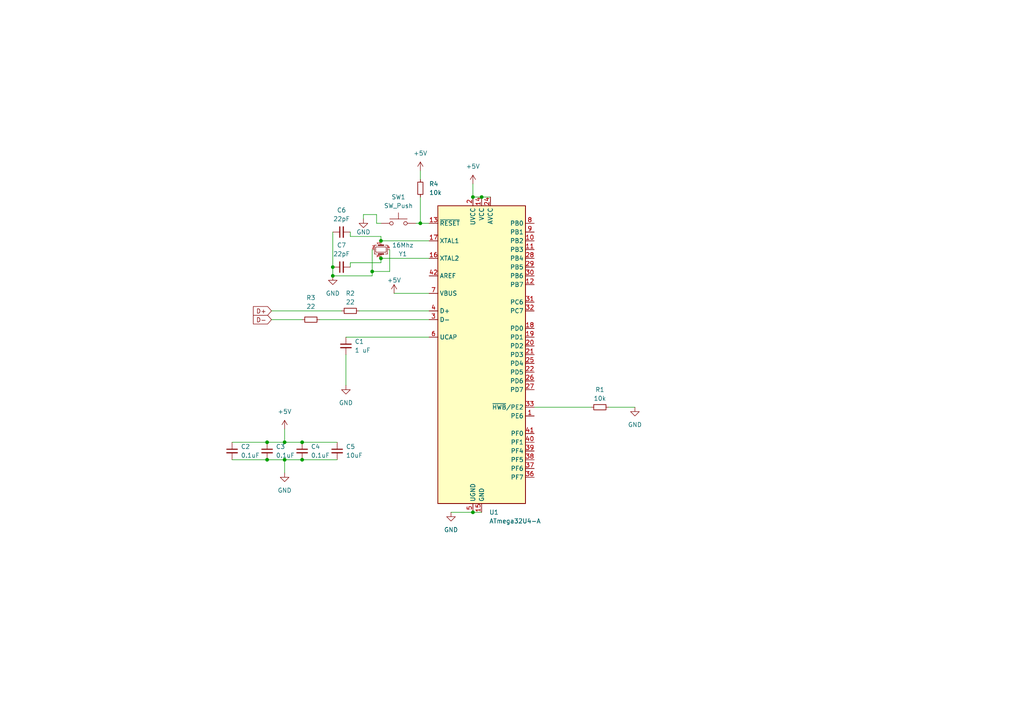
<source format=kicad_sch>
(kicad_sch (version 20230121) (generator eeschema)
  (paper "A4")
  (lib_symbols
    (symbol "Device:C_Small" (pin_numbers hide) (pin_names (offset 0.254) hide)
      (property "Reference" "C" (at 0.254 1.778 0))
      (property "Value" "C_Small" (at 0.254 -2.032 0))
      (symbol "C_Small_0_1"
        (polyline (pts (xy -1.524 -0.508) (xy 1.524 -0.508)) (stroke (width 0.3302)))
        (polyline (pts (xy -1.524 0.508) (xy 1.524 0.508)) (stroke (width 0.3048)))
      )
      (symbol "C_Small_1_1"
        (pin passive line (at 0 2.54 270) (length 2.032) (name "~") (number "1"))
        (pin passive line (at 0 -2.54 90) (length 2.032) (name "~") (number "2"))
      )
    )
    (symbol "Device:Crystal_GND24_Small" (pin_names (offset 1.016) hide)
      (property "Reference" "Y" (at 1.27 4.445 0))
      (property "Value" "Crystal_GND24_Small" (at 1.27 2.54 0))
      (symbol "Crystal_GND24_Small_0_1"
        (rectangle (start -0.762 -1.524) (end 0.762 1.524))
        (polyline (pts (xy -1.27 -0.762) (xy -1.27 0.762)) (stroke (width 0.381)))
        (polyline (pts (xy 1.27 -0.762) (xy 1.27 0.762)) (stroke (width 0.381)))
        (polyline (pts (xy -1.27 -1.27) (xy -1.27 -1.905) (xy 1.27 -1.905) (xy 1.27 -1.27)))
        (polyline (pts (xy -1.27 1.27) (xy -1.27 1.905) (xy 1.27 1.905) (xy 1.27 1.27)))
      )
      (symbol "Crystal_GND24_Small_1_1"
        (pin passive line (at -2.54 0 0) (length 1.27) (name "1") (number "1"))
        (pin passive line (at 0 -2.54 90) (length 0.635) (name "2") (number "2"))
        (pin passive line (at 2.54 0 180) (length 1.27) (name "3") (number "3"))
        (pin passive line (at 0 2.54 270) (length 0.635) (name "4") (number "4"))
      )
    )
    (symbol "Device:R_Small" (pin_numbers hide) (pin_names (offset 0.254) hide)
      (property "Reference" "R" (at 0.762 0.508 0))
      (property "Value" "R_Small" (at 0.762 -1.016 0))
      (symbol "R_Small_0_1"
        (rectangle (start -0.762 1.778) (end 0.762 -1.778) (stroke (width 0.2032)))
      )
      (symbol "R_Small_1_1"
        (pin passive line (at 0 2.54 270) (length 0.762) (name "~") (number "1"))
        (pin passive line (at 0 -2.54 90) (length 0.762) (name "~") (number "2"))
      )
    )
    (symbol "MCU_Microchip_ATmega:ATmega32U4-A"
      (property "Reference" "U" (at -12.7 44.45 0))
      (property "Value" "ATmega32U4-A" (at 2.54 -44.45 0))
      (symbol "ATmega32U4-A_0_1"
        (rectangle (start -12.7 -43.18) (end 12.7 43.18) (stroke (width 0.254)) (fill (type background)))
      )
      (symbol "ATmega32U4-A_1_1"
        (pin bidirectional line (at 15.24 -17.78 180) (length 2.54) (name "PE6") (number "1"))
        (pin bidirectional line (at 15.24 33.02 180) (length 2.54) (name "PB2") (number "10"))
        (pin bidirectional line (at 15.24 30.48 180) (length 2.54) (name "PB3") (number "11"))
        (pin bidirectional line (at 15.24 20.32 180) (length 2.54) (name "PB7") (number "12"))
        (pin input line (at -15.24 38.1 0) (length 2.54) (name "~{RESET}") (number "13"))
        (pin power_in line (at 0 45.72 270) (length 2.54) (name "VCC") (number "14"))
        (pin power_in line (at 0 -45.72 90) (length 2.54) (name "GND") (number "15"))
        (pin output line (at -15.24 27.94 0) (length 2.54) (name "XTAL2") (number "16"))
        (pin input line (at -15.24 33.02 0) (length 2.54) (name "XTAL1") (number "17"))
        (pin bidirectional line (at 15.24 7.62 180) (length 2.54) (name "PD0") (number "18"))
        (pin bidirectional line (at 15.24 5.08 180) (length 2.54) (name "PD1") (number "19"))
        (pin power_in line (at -2.54 45.72 270) (length 2.54) (name "UVCC") (number "2"))
        (pin bidirectional line (at 15.24 2.54 180) (length 2.54) (name "PD2") (number "20"))
        (pin bidirectional line (at 15.24 0 180) (length 2.54) (name "PD3") (number "21"))
        (pin bidirectional line (at 15.24 -5.08 180) (length 2.54) (name "PD5") (number "22"))
        (pin passive line (at 0 -45.72 90) (length 2.54) hide (name "GND") (number "23"))
        (pin power_in line (at 2.54 45.72 270) (length 2.54) (name "AVCC") (number "24"))
        (pin bidirectional line (at 15.24 -2.54 180) (length 2.54) (name "PD4") (number "25"))
        (pin bidirectional line (at 15.24 -7.62 180) (length 2.54) (name "PD6") (number "26"))
        (pin bidirectional line (at 15.24 -10.16 180) (length 2.54) (name "PD7") (number "27"))
        (pin bidirectional line (at 15.24 27.94 180) (length 2.54) (name "PB4") (number "28"))
        (pin bidirectional line (at 15.24 25.4 180) (length 2.54) (name "PB5") (number "29"))
        (pin bidirectional line (at -15.24 10.16 0) (length 2.54) (name "D-") (number "3"))
        (pin bidirectional line (at 15.24 22.86 180) (length 2.54) (name "PB6") (number "30"))
        (pin bidirectional line (at 15.24 15.24 180) (length 2.54) (name "PC6") (number "31"))
        (pin bidirectional line (at 15.24 12.7 180) (length 2.54) (name "PC7") (number "32"))
        (pin bidirectional line (at 15.24 -15.24 180) (length 2.54) (name "~{HWB}/PE2") (number "33"))
        (pin passive line (at 0 45.72 270) (length 2.54) hide (name "VCC") (number "34"))
        (pin passive line (at 0 -45.72 90) (length 2.54) hide (name "GND") (number "35"))
        (pin bidirectional line (at 15.24 -35.56 180) (length 2.54) (name "PF7") (number "36"))
        (pin bidirectional line (at 15.24 -33.02 180) (length 2.54) (name "PF6") (number "37"))
        (pin bidirectional line (at 15.24 -30.48 180) (length 2.54) (name "PF5") (number "38"))
        (pin bidirectional line (at 15.24 -27.94 180) (length 2.54) (name "PF4") (number "39"))
        (pin bidirectional line (at -15.24 12.7 0) (length 2.54) (name "D+") (number "4"))
        (pin bidirectional line (at 15.24 -25.4 180) (length 2.54) (name "PF1") (number "40"))
        (pin bidirectional line (at 15.24 -22.86 180) (length 2.54) (name "PF0") (number "41"))
        (pin passive line (at -15.24 22.86 0) (length 2.54) (name "AREF") (number "42"))
        (pin passive line (at 0 -45.72 90) (length 2.54) hide (name "GND") (number "43"))
        (pin passive line (at 2.54 45.72 270) (length 2.54) hide (name "AVCC") (number "44"))
        (pin passive line (at -2.54 -45.72 90) (length 2.54) (name "UGND") (number "5"))
        (pin passive line (at -15.24 5.08 0) (length 2.54) (name "UCAP") (number "6"))
        (pin input line (at -15.24 17.78 0) (length 2.54) (name "VBUS") (number "7"))
        (pin bidirectional line (at 15.24 38.1 180) (length 2.54) (name "PB0") (number "8"))
        (pin bidirectional line (at 15.24 35.56 180) (length 2.54) (name "PB1") (number "9"))
      )
    )
    (symbol "Switch:SW_Push" (pin_numbers hide) (pin_names (offset 1.016) hide)
      (property "Reference" "SW" (at 1.27 2.54 0))
      (property "Value" "SW_Push" (at 0 -1.524 0))
      (symbol "SW_Push_0_1"
        (circle (center -2.032 0) (radius 0.508))
        (polyline (pts (xy 0 1.27) (xy 0 3.048)))
        (polyline (pts (xy 2.54 1.27) (xy -2.54 1.27)))
        (circle (center 2.032 0) (radius 0.508))
        (pin passive line (at -5.08 0 0) (length 2.54) (name "1") (number "1"))
        (pin passive line (at 5.08 0 180) (length 2.54) (name "2") (number "2"))
      )
    )
    (symbol "power:+5V" (power) (pin_names (offset 0))
      (property "Value" "+5V" (at 0 3.556 0))
      (symbol "+5V_0_1"
        (polyline (pts (xy -0.762 1.27) (xy 0 2.54)))
        (polyline (pts (xy 0 0) (xy 0 2.54)))
        (polyline (pts (xy 0 2.54) (xy 0.762 1.27)))
      )
      (symbol "+5V_1_1"
        (pin power_in line (at 0 0 90) (length 0) hide (name "+5V") (number "1"))
      )
    )
    (symbol "power:GND" (power) (pin_names (offset 0))
      (property "Value" "GND" (at 0 -3.81 0))
      (symbol "GND_0_1"
        (polyline (pts (xy 0 0) (xy 0 -1.27) (xy 1.27 -1.27) (xy 0 -2.54) (xy -1.27 -1.27) (xy 0 -1.27)))
      )
      (symbol "GND_1_1"
        (pin power_in line (at 0 0 270) (length 0) hide (name "GND") (number "1"))
      )
    )
  )
  (junction (at 96.52 77.47))
  (junction (at 121.92 64.77))
  (junction (at 87.63 128.27))
  (junction (at 139.7 57.15))
  (junction (at 96.52 80.01))
  (junction (at 87.63 133.35))
  (junction (at 77.47 128.27))
  (junction (at 137.16 148.59))
  (junction (at 137.16 57.15))
  (junction (at 77.47 133.35))
  (junction (at 82.55 133.35))
  (junction (at 110.49 74.93))
  (junction (at 110.49 69.85))
  (junction (at 82.55 128.27))
  (junction (at 107.95 78.74))
  (wire (pts (xy 82.55 128.27) (xy 87.63 128.27)))
  (wire (pts (xy 67.31 133.35) (xy 77.47 133.35)))
  (wire (pts (xy 110.49 69.85) (xy 124.46 69.85)))
  (wire (pts (xy 139.7 57.15) (xy 142.24 57.15)))
  (wire (pts (xy 101.6 68.58) (xy 110.49 68.58)))
  (wire (pts (xy 121.92 64.77) (xy 124.46 64.77)))
  (wire (pts (xy 154.94 118.11) (xy 171.45 118.11)))
  (wire (pts (xy 121.92 49.53) (xy 121.92 52.07)))
  (wire (pts (xy 100.33 97.79) (xy 124.46 97.79)))
  (wire (pts (xy 96.52 77.47) (xy 96.52 80.01)))
  (wire (pts (xy 110.49 74.93) (xy 110.49 76.2)))
  (wire (pts (xy 124.46 85.09) (xy 114.3 85.09)))
  (wire (pts (xy 109.22 64.77) (xy 109.22 62.23)))
  (wire (pts (xy 110.49 74.93) (xy 124.46 74.93)))
  (wire (pts (xy 121.92 57.15) (xy 121.92 64.77)))
  (wire (pts (xy 113.03 72.39) (xy 113.03 78.74)))
  (wire (pts (xy 109.22 62.23) (xy 105.41 62.23)))
  (wire (pts (xy 176.53 118.11) (xy 184.15 118.11)))
  (wire (pts (xy 78.74 92.71) (xy 87.63 92.71)))
  (wire (pts (xy 87.63 133.35) (xy 97.79 133.35)))
  (wire (pts (xy 101.6 67.31) (xy 101.6 68.58)))
  (wire (pts (xy 87.63 128.27) (xy 97.79 128.27)))
  (wire (pts (xy 82.55 133.35) (xy 87.63 133.35)))
  (wire (pts (xy 105.41 62.23) (xy 105.41 63.5)))
  (wire (pts (xy 137.16 57.15) (xy 139.7 57.15)))
  (wire (pts (xy 137.16 53.34) (xy 137.16 57.15)))
  (wire (pts (xy 110.49 64.77) (xy 109.22 64.77)))
  (wire (pts (xy 82.55 133.35) (xy 82.55 137.16)))
  (wire (pts (xy 96.52 67.31) (xy 96.52 77.47)))
  (wire (pts (xy 137.16 148.59) (xy 139.7 148.59)))
  (wire (pts (xy 130.81 148.59) (xy 137.16 148.59)))
  (wire (pts (xy 82.55 124.46) (xy 82.55 128.27)))
  (wire (pts (xy 101.6 77.47) (xy 101.6 76.2)))
  (wire (pts (xy 107.95 72.39) (xy 107.95 78.74)))
  (wire (pts (xy 120.65 64.77) (xy 121.92 64.77)))
  (wire (pts (xy 78.74 90.17) (xy 99.06 90.17)))
  (wire (pts (xy 96.52 80.01) (xy 107.95 80.01)))
  (wire (pts (xy 107.95 78.74) (xy 113.03 78.74)))
  (wire (pts (xy 77.47 133.35) (xy 82.55 133.35)))
  (wire (pts (xy 104.14 90.17) (xy 124.46 90.17)))
  (wire (pts (xy 107.95 78.74) (xy 107.95 80.01)))
  (wire (pts (xy 100.33 102.87) (xy 100.33 111.76)))
  (wire (pts (xy 101.6 76.2) (xy 110.49 76.2)))
  (wire (pts (xy 67.31 128.27) (xy 77.47 128.27)))
  (wire (pts (xy 92.71 92.71) (xy 124.46 92.71)))
  (wire (pts (xy 77.47 128.27) (xy 82.55 128.27)))
  (wire (pts (xy 110.49 68.58) (xy 110.49 69.85)))
  (global_label "D+" (shape input) (at 78.74 90.17 180) (property "Intersheetrefs" "${INTERSHEET_REFS}" (effects hide)))
  (global_label "D-" (shape input) (at 78.74 92.71 180) (property "Intersheetrefs" "${INTERSHEET_REFS}" (effects hide)))
  (symbol (lib_id "power:GND") (at 184.15 118.11 0) (unit 1)
    (property "Reference" "#PWR03" (effects hide))
    (property "Value" "GND" (at 184.15 123.19 0))
  )
  (symbol (lib_id "power:GND") (at 82.55 137.16 0) (unit 1)
    (property "Reference" "#PWR05" (effects hide))
    (property "Value" "GND" (at 82.55 142.24 0))
  )
  (symbol (lib_id "power:GND") (at 100.33 111.76 0) (unit 1)
    (property "Reference" "#PWR04" (effects hide))
    (property "Value" "GND" (at 100.33 116.84 0))
  )
  (symbol (lib_id "Device:C_Small") (at 99.06 77.47 90) (unit 1)
    (property "Reference" "C7" (at 99.0663 71.12 90))
    (property "Value" "22pF" (at 99.0663 73.66 90))
  )
  (symbol (lib_id "Device:R_Small") (at 101.6 90.17 90) (unit 1)
    (property "Reference" "R2" (at 101.6 85.09 90))
    (property "Value" "22" (at 101.6 87.63 90))
  )
  (symbol (lib_id "Device:C_Small") (at 77.47 130.81 0) (unit 1)
    (property "Reference" "C3" (at 80.01 129.5463 0) (effects (justify left)))
    (property "Value" "0.1uF" (at 80.01 132.0863 0) (effects (justify left)))
  )
  (symbol (lib_id "Device:C_Small") (at 97.79 130.81 0) (unit 1)
    (property "Reference" "C5" (at 100.33 129.5463 0) (effects (justify left)))
    (property "Value" "10uF" (at 100.33 132.0863 0) (effects (justify left)))
  )
  (symbol (lib_id "power:+5V") (at 82.55 124.46 0) (unit 1)
    (property "Reference" "#PWR06" (effects hide))
    (property "Value" "+5V" (at 82.55 119.38 0))
  )
  (symbol (lib_id "Device:C_Small") (at 100.33 100.33 0) (unit 1)
    (property "Reference" "C1" (at 102.87 99.0663 0) (effects (justify left)))
    (property "Value" "1 uF" (at 102.87 101.6063 0) (effects (justify left)))
  )
  (symbol (lib_id "Device:Crystal_GND24_Small") (at 110.49 72.39 270) (unit 1)
    (property "Reference" "Y1" (at 116.84 73.66 90))
    (property "Value" "16Mhz" (at 116.84 71.12 90))
  )
  (symbol (lib_id "power:GND") (at 105.41 63.5 0) (unit 1)
    (property "Reference" "#PWR09" (effects hide))
    (property "Value" "GND" (at 105.41 67.31 0))
  )
  (symbol (lib_id "power:+5V") (at 114.3 85.09 0) (unit 1)
    (property "Reference" "#PWR07" (effects hide))
    (property "Value" "+5V" (at 114.3 81.28 0))
  )
  (symbol (lib_id "Device:C_Small") (at 87.63 130.81 0) (unit 1)
    (property "Reference" "C4" (at 90.17 129.5463 0) (effects (justify left)))
    (property "Value" "0.1uF" (at 90.17 132.0863 0) (effects (justify left)))
  )
  (symbol (lib_id "Device:C_Small") (at 67.31 130.81 0) (unit 1)
    (property "Reference" "C2" (at 69.85 129.5463 0) (effects (justify left)))
    (property "Value" "0.1uF" (at 69.85 132.0863 0) (effects (justify left)))
  )
  (symbol (lib_id "power:+5V") (at 121.92 49.53 0) (unit 1)
    (property "Reference" "#PWR010" (effects hide))
    (property "Value" "+5V" (at 121.92 44.45 0))
  )
  (symbol (lib_id "power:GND") (at 130.81 148.59 0) (unit 1)
    (property "Reference" "#PWR02" (effects hide))
    (property "Value" "GND" (at 130.81 153.67 0))
  )
  (symbol (lib_id "power:GND") (at 96.52 80.01 0) (unit 1)
    (property "Reference" "#PWR08" (effects hide))
    (property "Value" "GND" (at 96.52 85.09 0))
  )
  (symbol (lib_id "Device:R_Small") (at 173.99 118.11 90) (unit 1)
    (property "Reference" "R1" (at 173.99 113.03 90))
    (property "Value" "10k" (at 173.99 115.57 90))
  )
  (symbol (lib_id "Device:R_Small") (at 121.92 54.61 180) (unit 1)
    (property "Reference" "R4" (at 124.46 53.34 0) (effects (justify right)))
    (property "Value" "10k" (at 124.46 55.88 0) (effects (justify right)))
  )
  (symbol (lib_id "MCU_Microchip_ATmega:ATmega32U4-A") (at 139.7 102.87 0) (unit 1)
    (property "Reference" "U1" (at 141.8941 148.59 0) (effects (justify left)))
    (property "Value" "ATmega32U4-A" (at 141.8941 151.13 0) (effects (justify left)))
    (property "Footprint" "Package_QFP:TQFP-44_10x10mm_P0.8mm" (effects hide))
    (property "Datasheet" "http://ww1.microchip.com/downloads/en/DeviceDoc/Atmel-7766-8-bit-AVR-ATmega16U4-32U4_Datasheet.pdf" (effects hide))
  )
  (symbol (lib_id "Switch:SW_Push") (at 115.57 64.77 0) (unit 1)
    (property "Reference" "SW1" (at 115.57 57.15 0))
    (property "Value" "SW_Push" (at 115.57 59.69 0))
  )
  (symbol (lib_id "Device:R_Small") (at 90.17 92.71 90) (unit 1)
    (property "Reference" "R3" (at 90.17 86.36 90))
    (property "Value" "22" (at 90.17 88.9 90))
  )
  (symbol (lib_id "power:+5V") (at 137.16 53.34 0) (unit 1)
    (property "Reference" "#PWR01" (effects hide))
    (property "Value" "+5V" (at 137.16 48.26 0))
  )
  (symbol (lib_id "Device:C_Small") (at 99.06 67.31 90) (unit 1)
    (property "Reference" "C6" (at 99.0663 60.96 90))
    (property "Value" "22pF" (at 99.0663 63.5 90))
  )
)
</source>
